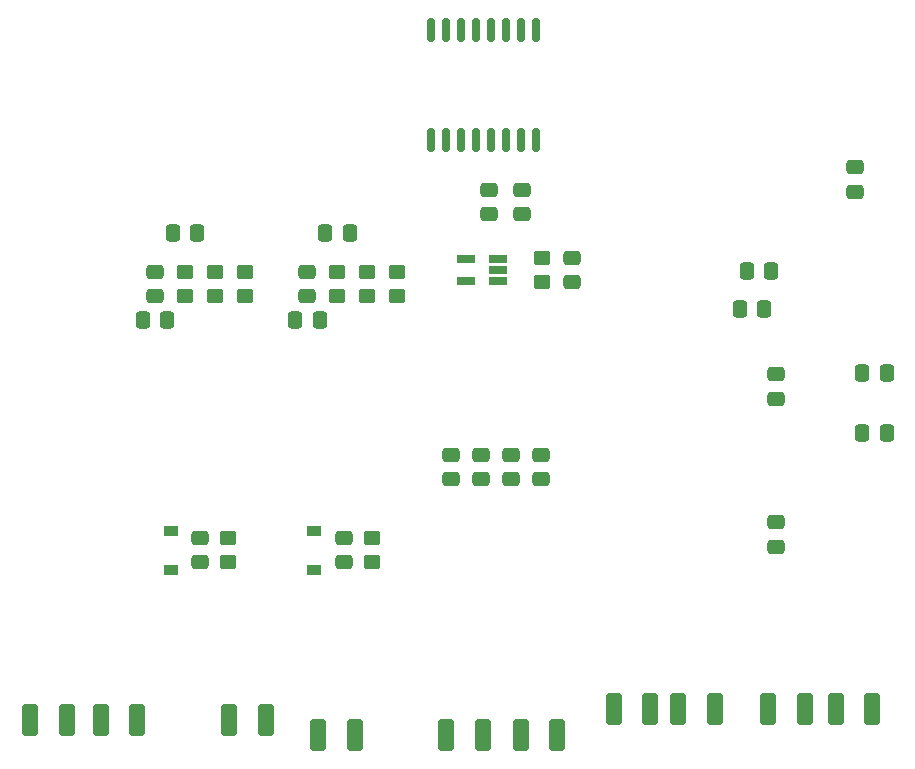
<source format=gbr>
%TF.GenerationSoftware,KiCad,Pcbnew,(6.0.1)*%
%TF.CreationDate,2023-04-21T13:11:10+03:00*%
%TF.ProjectId,Driver_Inductor,44726976-6572-45f4-996e-647563746f72,rev?*%
%TF.SameCoordinates,Original*%
%TF.FileFunction,Paste,Bot*%
%TF.FilePolarity,Positive*%
%FSLAX46Y46*%
G04 Gerber Fmt 4.6, Leading zero omitted, Abs format (unit mm)*
G04 Created by KiCad (PCBNEW (6.0.1)) date 2023-04-21 13:11:10*
%MOMM*%
%LPD*%
G01*
G04 APERTURE LIST*
G04 Aperture macros list*
%AMRoundRect*
0 Rectangle with rounded corners*
0 $1 Rounding radius*
0 $2 $3 $4 $5 $6 $7 $8 $9 X,Y pos of 4 corners*
0 Add a 4 corners polygon primitive as box body*
4,1,4,$2,$3,$4,$5,$6,$7,$8,$9,$2,$3,0*
0 Add four circle primitives for the rounded corners*
1,1,$1+$1,$2,$3*
1,1,$1+$1,$4,$5*
1,1,$1+$1,$6,$7*
1,1,$1+$1,$8,$9*
0 Add four rect primitives between the rounded corners*
20,1,$1+$1,$2,$3,$4,$5,0*
20,1,$1+$1,$4,$5,$6,$7,0*
20,1,$1+$1,$6,$7,$8,$9,0*
20,1,$1+$1,$8,$9,$2,$3,0*%
G04 Aperture macros list end*
%ADD10RoundRect,0.250000X-0.475000X0.337500X-0.475000X-0.337500X0.475000X-0.337500X0.475000X0.337500X0*%
%ADD11RoundRect,0.250000X0.475000X-0.337500X0.475000X0.337500X-0.475000X0.337500X-0.475000X-0.337500X0*%
%ADD12RoundRect,0.250000X0.450000X-0.350000X0.450000X0.350000X-0.450000X0.350000X-0.450000X-0.350000X0*%
%ADD13RoundRect,0.250000X0.337500X0.475000X-0.337500X0.475000X-0.337500X-0.475000X0.337500X-0.475000X0*%
%ADD14RoundRect,0.250000X-0.450000X0.350000X-0.450000X-0.350000X0.450000X-0.350000X0.450000X0.350000X0*%
%ADD15RoundRect,0.250000X-0.337500X-0.475000X0.337500X-0.475000X0.337500X0.475000X-0.337500X0.475000X0*%
%ADD16RoundRect,0.250000X0.412500X1.100000X-0.412500X1.100000X-0.412500X-1.100000X0.412500X-1.100000X0*%
%ADD17RoundRect,0.250000X-0.412500X-1.100000X0.412500X-1.100000X0.412500X1.100000X-0.412500X1.100000X0*%
%ADD18R,1.560000X0.650000*%
%ADD19RoundRect,0.150000X-0.150000X0.875000X-0.150000X-0.875000X0.150000X-0.875000X0.150000X0.875000X0*%
%ADD20R,1.200000X0.900000*%
G04 APERTURE END LIST*
D10*
%TO.C,C6*%
X125603000Y-108944500D03*
X125603000Y-111019500D03*
%TD*%
D11*
%TO.C,C14*%
X149453600Y-103958300D03*
X149453600Y-101883300D03*
%TD*%
D10*
%TO.C,C28*%
X150114000Y-79480500D03*
X150114000Y-81555500D03*
%TD*%
D12*
%TO.C,R32*%
X128016000Y-110982000D03*
X128016000Y-108982000D03*
%TD*%
%TO.C,R14*%
X129438400Y-88452200D03*
X129438400Y-86452200D03*
%TD*%
D11*
%TO.C,C16*%
X174396400Y-109682700D03*
X174396400Y-107607700D03*
%TD*%
D13*
%TO.C,C9*%
X138299100Y-83108800D03*
X136224100Y-83108800D03*
%TD*%
D14*
%TO.C,R16*%
X137261600Y-86426800D03*
X137261600Y-88426800D03*
%TD*%
D15*
%TO.C,C1*%
X120780900Y-90500200D03*
X122855900Y-90500200D03*
%TD*%
D16*
%TO.C,C23*%
X120346000Y-124333000D03*
X117221000Y-124333000D03*
%TD*%
D11*
%TO.C,C36*%
X174447200Y-97156600D03*
X174447200Y-95081600D03*
%TD*%
D14*
%TO.C,R12*%
X126898400Y-86452200D03*
X126898400Y-88452200D03*
%TD*%
D13*
%TO.C,C35*%
X183765100Y-100025200D03*
X181690100Y-100025200D03*
%TD*%
D17*
%TO.C,C20*%
X173736000Y-123448500D03*
X176861000Y-123448500D03*
%TD*%
D18*
%TO.C,U6*%
X150854400Y-85308400D03*
X150854400Y-86258400D03*
X150854400Y-87208400D03*
X148154400Y-87208400D03*
X148154400Y-85308400D03*
%TD*%
D10*
%TO.C,C5*%
X137795000Y-108944500D03*
X137795000Y-111019500D03*
%TD*%
D19*
%TO.C,D17*%
X145161000Y-65962000D03*
X146431000Y-65962000D03*
X147701000Y-65962000D03*
X148971000Y-65962000D03*
X150241000Y-65962000D03*
X151511000Y-65962000D03*
X152781000Y-65962000D03*
X154051000Y-65962000D03*
X154051000Y-75262000D03*
X152781000Y-75262000D03*
X151511000Y-75262000D03*
X150241000Y-75262000D03*
X148971000Y-75262000D03*
X147701000Y-75262000D03*
X146431000Y-75262000D03*
X145161000Y-75262000D03*
%TD*%
D10*
%TO.C,C4*%
X134721600Y-86389300D03*
X134721600Y-88464300D03*
%TD*%
D12*
%TO.C,R33*%
X140208000Y-110982000D03*
X140208000Y-108982000D03*
%TD*%
D11*
%TO.C,C11*%
X154533600Y-103958300D03*
X154533600Y-101883300D03*
%TD*%
D20*
%TO.C,D3*%
X135255000Y-108332000D03*
X135255000Y-111632000D03*
%TD*%
D16*
%TO.C,C21*%
X169202500Y-123444000D03*
X166077500Y-123444000D03*
%TD*%
D20*
%TO.C,D4*%
X123190000Y-108332000D03*
X123190000Y-111632000D03*
%TD*%
D11*
%TO.C,C12*%
X146913600Y-103958300D03*
X146913600Y-101883300D03*
%TD*%
D17*
%TO.C,C18*%
X128104500Y-124333000D03*
X131229500Y-124333000D03*
%TD*%
D14*
%TO.C,R31*%
X154584400Y-85258400D03*
X154584400Y-87258400D03*
%TD*%
D16*
%TO.C,C22*%
X182576000Y-123448500D03*
X179451000Y-123448500D03*
%TD*%
D11*
%TO.C,C30*%
X181102000Y-79650500D03*
X181102000Y-77575500D03*
%TD*%
D17*
%TO.C,C19*%
X160655000Y-123444000D03*
X163780000Y-123444000D03*
%TD*%
D12*
%TO.C,R17*%
X142341600Y-88426800D03*
X142341600Y-86426800D03*
%TD*%
D15*
%TO.C,C2*%
X133684100Y-90474800D03*
X135759100Y-90474800D03*
%TD*%
D13*
%TO.C,C7*%
X125395900Y-83134200D03*
X123320900Y-83134200D03*
%TD*%
D15*
%TO.C,C31*%
X171915000Y-86360000D03*
X173990000Y-86360000D03*
%TD*%
D11*
%TO.C,C13*%
X151993600Y-103958300D03*
X151993600Y-101883300D03*
%TD*%
D16*
%TO.C,C24*%
X114338500Y-124333000D03*
X111213500Y-124333000D03*
%TD*%
D14*
%TO.C,R11*%
X124358400Y-86452200D03*
X124358400Y-88452200D03*
%TD*%
D13*
%TO.C,C34*%
X183765100Y-94945200D03*
X181690100Y-94945200D03*
%TD*%
D10*
%TO.C,C27*%
X152908000Y-79480500D03*
X152908000Y-81555500D03*
%TD*%
D16*
%TO.C,C17*%
X138761000Y-125603000D03*
X135636000Y-125603000D03*
%TD*%
D14*
%TO.C,R18*%
X139801600Y-86426800D03*
X139801600Y-88426800D03*
%TD*%
D10*
%TO.C,C3*%
X121818400Y-86414700D03*
X121818400Y-88489700D03*
%TD*%
D17*
%TO.C,C25*%
X146481000Y-125603000D03*
X149606000Y-125603000D03*
%TD*%
%TO.C,C26*%
X152781000Y-125603000D03*
X155906000Y-125603000D03*
%TD*%
D10*
%TO.C,C37*%
X157124400Y-85220900D03*
X157124400Y-87295900D03*
%TD*%
D13*
%TO.C,C33*%
X173409900Y-89535000D03*
X171334900Y-89535000D03*
%TD*%
M02*

</source>
